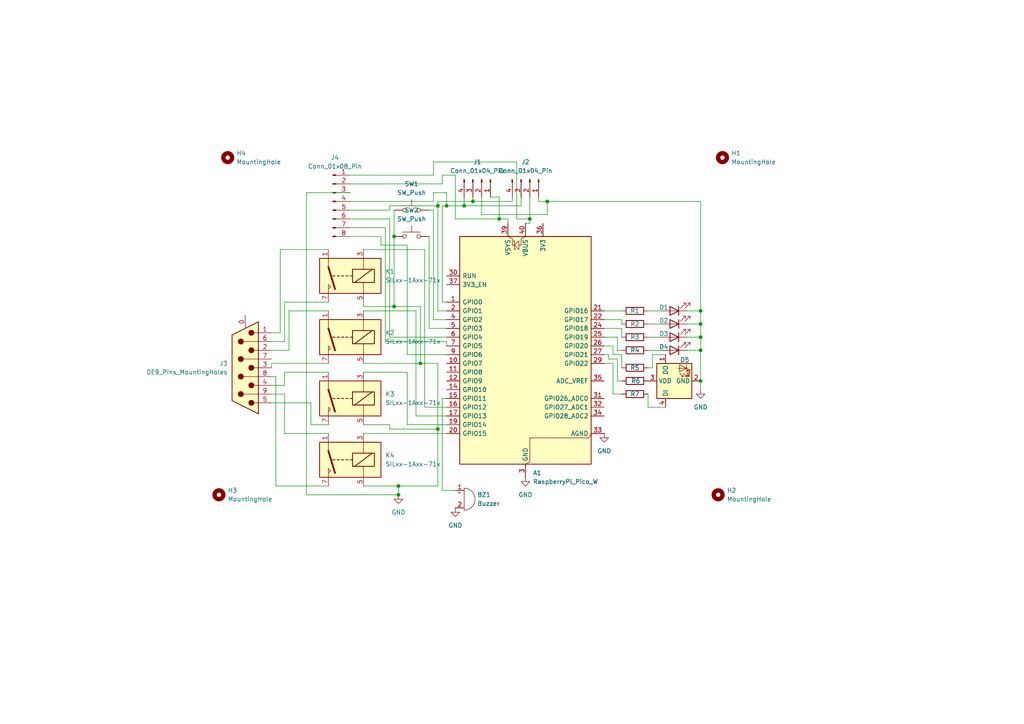
<source format=kicad_sch>
(kicad_sch (version 20250114) (generator "eeschema") (generator_version "9.0")
  (paper "A4")
  (lib_symbols
    (symbol "Connector:Conn_01x04_Pin" (pin_names (offset 1.016) (hide yes))
      (property "Reference" "J" (at 0 5.08 0))
      (property "Value" "Conn_01x04_Pin" (at 0 -7.62 0))
      (symbol "Conn_01x04_Pin_1_1"
        (rectangle (start 0.8636 2.667) (end 0 2.413) (stroke (width 0.1524)) (fill (type outline)))
        (rectangle (start 0.8636 0.127) (end 0 -0.127) (stroke (width 0.1524)) (fill (type outline)))
        (rectangle (start 0.8636 -2.413) (end 0 -2.667) (stroke (width 0.1524)) (fill (type outline)))
        (rectangle (start 0.8636 -4.953) (end 0 -5.207) (stroke (width 0.1524)) (fill (type outline)))
        (polyline (pts (xy 1.27 2.54) (xy 0.8636 2.54)) (stroke (width 0.1524)))
        (polyline (pts (xy 1.27 0) (xy 0.8636 0)) (stroke (width 0.1524)))
        (polyline (pts (xy 1.27 -2.54) (xy 0.8636 -2.54)) (stroke (width 0.1524)))
        (polyline (pts (xy 1.27 -5.08) (xy 0.8636 -5.08)) (stroke (width 0.1524)))
        (pin passive line (at 5.08 2.54 180) (length 3.81) (name "Pin_1") (number "1"))
        (pin passive line (at 5.08 0 180) (length 3.81) (name "Pin_2") (number "2"))
        (pin passive line (at 5.08 -2.54 180) (length 3.81) (name "Pin_3") (number "3"))
        (pin passive line (at 5.08 -5.08 180) (length 3.81) (name "Pin_4") (number "4"))
      )
    )
    (symbol "Connector:Conn_01x08_Pin" (pin_names (offset 1.016) (hide yes))
      (property "Reference" "J" (at 0 10.16 0))
      (property "Value" "Conn_01x08_Pin" (at 0 -12.7 0))
      (symbol "Conn_01x08_Pin_1_1"
        (rectangle (start 0.8636 7.747) (end 0 7.493) (stroke (width 0.1524)) (fill (type outline)))
        (rectangle (start 0.8636 5.207) (end 0 4.953) (stroke (width 0.1524)) (fill (type outline)))
        (rectangle (start 0.8636 2.667) (end 0 2.413) (stroke (width 0.1524)) (fill (type outline)))
        (rectangle (start 0.8636 0.127) (end 0 -0.127) (stroke (width 0.1524)) (fill (type outline)))
        (rectangle (start 0.8636 -2.413) (end 0 -2.667) (stroke (width 0.1524)) (fill (type outline)))
        (rectangle (start 0.8636 -4.953) (end 0 -5.207) (stroke (width 0.1524)) (fill (type outline)))
        (rectangle (start 0.8636 -7.493) (end 0 -7.747) (stroke (width 0.1524)) (fill (type outline)))
        (rectangle (start 0.8636 -10.033) (end 0 -10.287) (stroke (width 0.1524)) (fill (type outline)))
        (polyline (pts (xy 1.27 7.62) (xy 0.8636 7.62)) (stroke (width 0.1524)))
        (polyline (pts (xy 1.27 5.08) (xy 0.8636 5.08)) (stroke (width 0.1524)))
        (polyline (pts (xy 1.27 2.54) (xy 0.8636 2.54)) (stroke (width 0.1524)))
        (polyline (pts (xy 1.27 0) (xy 0.8636 0)) (stroke (width 0.1524)))
        (polyline (pts (xy 1.27 -2.54) (xy 0.8636 -2.54)) (stroke (width 0.1524)))
        (polyline (pts (xy 1.27 -5.08) (xy 0.8636 -5.08)) (stroke (width 0.1524)))
        (polyline (pts (xy 1.27 -7.62) (xy 0.8636 -7.62)) (stroke (width 0.1524)))
        (polyline (pts (xy 1.27 -10.16) (xy 0.8636 -10.16)) (stroke (width 0.1524)))
        (pin passive line (at 5.08 7.62 180) (length 3.81) (name "Pin_1") (number "1"))
        (pin passive line (at 5.08 5.08 180) (length 3.81) (name "Pin_2") (number "2"))
        (pin passive line (at 5.08 2.54 180) (length 3.81) (name "Pin_3") (number "3"))
        (pin passive line (at 5.08 0 180) (length 3.81) (name "Pin_4") (number "4"))
        (pin passive line (at 5.08 -2.54 180) (length 3.81) (name "Pin_5") (number "5"))
        (pin passive line (at 5.08 -5.08 180) (length 3.81) (name "Pin_6") (number "6"))
        (pin passive line (at 5.08 -7.62 180) (length 3.81) (name "Pin_7") (number "7"))
        (pin passive line (at 5.08 -10.16 180) (length 3.81) (name "Pin_8") (number "8"))
      )
    )
    (symbol "Connector:DE9_Pins_MountingHoles" (pin_names (offset 1.016) (hide yes))
      (property "Reference" "J" (at 0 16.51 0))
      (property "Value" "DE9_Pins_MountingHoles" (at 0 14.605 0))
      (symbol "DE9_Pins_MountingHoles_0_1"
        (polyline (pts (xy -3.81 10.16) (xy -2.54 10.16)))
        (polyline (pts (xy -3.81 7.62) (xy 0.508 7.62)))
        (polyline (pts (xy -3.81 5.08) (xy -2.54 5.08)))
        (polyline (pts (xy -3.81 2.54) (xy 0.508 2.54)))
        (polyline (pts (xy -3.81 0) (xy -2.54 0)))
        (polyline (pts (xy -3.81 -2.54) (xy 0.508 -2.54)))
        (polyline (pts (xy -3.81 -5.08) (xy -2.54 -5.08)))
        (polyline (pts (xy -3.81 -7.62) (xy 0.508 -7.62)))
        (polyline (pts (xy -3.81 -10.16) (xy -2.54 -10.16)))
        (polyline (pts (xy -3.81 -13.335) (xy -3.81 13.335) (xy 3.81 9.525) (xy 3.81 -9.525) (xy -3.81 -13.335)) (stroke (width 0.254)) (fill (type background)))
        (circle (center -1.778 10.16) (radius 0.762) (fill (type outline)))
        (circle (center -1.778 5.08) (radius 0.762) (fill (type outline)))
        (circle (center -1.778 0) (radius 0.762) (fill (type outline)))
        (circle (center -1.778 -5.08) (radius 0.762) (fill (type outline)))
        (circle (center -1.778 -10.16) (radius 0.762) (fill (type outline)))
        (circle (center 1.27 7.62) (radius 0.762) (fill (type outline)))
        (circle (center 1.27 2.54) (radius 0.762) (fill (type outline)))
        (circle (center 1.27 -2.54) (radius 0.762) (fill (type outline)))
        (circle (center 1.27 -7.62) (radius 0.762) (fill (type outline)))
      )
      (symbol "DE9_Pins_MountingHoles_1_1"
        (pin passive line (at -7.62 10.16 0) (length 3.81) (name "5") (number "5"))
        (pin passive line (at -7.62 7.62 0) (length 3.81) (name "9") (number "9"))
        (pin passive line (at -7.62 5.08 0) (length 3.81) (name "4") (number "4"))
        (pin passive line (at -7.62 2.54 0) (length 3.81) (name "8") (number "8"))
        (pin passive line (at -7.62 0 0) (length 3.81) (name "3") (number "3"))
        (pin passive line (at -7.62 -2.54 0) (length 3.81) (name "7") (number "7"))
        (pin passive line (at -7.62 -5.08 0) (length 3.81) (name "2") (number "2"))
        (pin passive line (at -7.62 -7.62 0) (length 3.81) (name "6") (number "6"))
        (pin passive line (at -7.62 -10.16 0) (length 3.81) (name "1") (number "1"))
        (pin passive line (at 0 -15.24 90) (length 3.81) (name "PAD") (number "0"))
      )
    )
    (symbol "Device:Buzzer" (pin_names (offset 0.0254) (hide yes))
      (property "Reference" "BZ" (at 3.81 1.27 0))
      (property "Value" "Buzzer" (at 3.81 -1.27 0))
      (symbol "Buzzer_0_1"
        (polyline (pts (xy -1.651 1.905) (xy -1.143 1.905)))
        (polyline (pts (xy -1.397 2.159) (xy -1.397 1.651)))
        (arc (start 0 3.175) (mid 3.1612 0) (end 0 -3.175))
        (polyline (pts (xy 0 3.175) (xy 0 -3.175)))
      )
      (symbol "Buzzer_1_1"
        (pin passive line (at -2.54 2.54 0) (length 2.54) (name "+") (number "1"))
        (pin passive line (at -2.54 -2.54 0) (length 2.54) (name "-") (number "2"))
      )
    )
    (symbol "Device:LED" (pin_numbers (hide yes)) (pin_names (offset 1.016) (hide yes))
      (property "Reference" "D" (at 0 2.54 0))
      (property "Value" "LED" (at 0 -2.54 0))
      (symbol "LED_0_1"
        (polyline (pts (xy -3.048 -0.762) (xy -4.572 -2.286) (xy -3.81 -2.286) (xy -4.572 -2.286) (xy -4.572 -1.524)))
        (polyline (pts (xy -1.778 -0.762) (xy -3.302 -2.286) (xy -2.54 -2.286) (xy -3.302 -2.286) (xy -3.302 -1.524)))
        (polyline (pts (xy -1.27 0) (xy 1.27 0)))
        (polyline (pts (xy -1.27 -1.27) (xy -1.27 1.27)) (stroke (width 0.254)))
        (polyline (pts (xy 1.27 -1.27) (xy 1.27 1.27) (xy -1.27 0) (xy 1.27 -1.27)) (stroke (width 0.254)))
      )
      (symbol "LED_1_1"
        (pin passive line (at -3.81 0 0) (length 2.54) (name "K") (number "1"))
        (pin passive line (at 3.81 0 180) (length 2.54) (name "A") (number "2"))
      )
    )
    (symbol "Device:R" (pin_numbers (hide yes)) (pin_names (offset 0))
      (property "Reference" "R" (at 2.032 0 90))
      (property "Value" "R" (at 0 0 90))
      (symbol "R_0_1"
        (rectangle (start -1.016 -2.54) (end 1.016 2.54) (stroke (width 0.254)))
      )
      (symbol "R_1_1"
        (pin passive line (at 0 3.81 270) (length 1.27) (name "~") (number "1"))
        (pin passive line (at 0 -3.81 90) (length 1.27) (name "~") (number "2"))
      )
    )
    (symbol "LED:APA-106-F5"
      (property "Reference" "D" (at 5.08 5.715 0))
      (property "Value" "APA-106-F5" (at 1.27 -5.715 0))
      (symbol "APA-106-F5_0_0"
        (text "RGB" (at 2.286 -4.191 0) (effects (font (size 0.762 0.762))))
      )
      (symbol "APA-106-F5_0_1"
        (polyline (pts (xy 1.27 -2.54) (xy 1.778 -2.54)))
        (polyline (pts (xy 1.27 -3.556) (xy 1.778 -3.556)))
        (polyline (pts (xy 2.286 -1.524) (xy 1.27 -2.54) (xy 1.27 -2.032)))
        (polyline (pts (xy 2.286 -2.54) (xy 1.27 -3.556) (xy 1.27 -3.048)))
        (polyline (pts (xy 3.683 -1.016) (xy 3.683 -3.556) (xy 3.683 -4.064)))
        (polyline (pts (xy 4.699 -1.524) (xy 2.667 -1.524) (xy 3.683 -3.556) (xy 4.699 -1.524)))
        (polyline (pts (xy 4.699 -3.556) (xy 2.667 -3.556)))
        (rectangle (start 5.08 5.08) (end -5.08 -5.08) (stroke (width 0.254)) (fill (type background)))
      )
      (symbol "APA-106-F5_1_1"
        (pin input line (at -7.62 2.54 0) (length 2.54) (name "DI") (number "4"))
        (pin power_in line (at 0 7.62 270) (length 2.54) (name "VDD") (number "3"))
        (pin power_in line (at 0 -7.62 90) (length 2.54) (name "GND") (number "2"))
        (pin output line (at 7.62 2.54 180) (length 2.54) (name "DO") (number "1"))
      )
    )
    (symbol "MCU_Module:RaspberryPi_Pico_W" (pin_names (offset 0.762))
      (property "Reference" "A" (at -19.05 35.56 0))
      (property "Value" "RaspberryPi_Pico_W" (at 7.62 35.56 0))
      (symbol "RaspberryPi_Pico_W_0_1"
        (rectangle (start -19.05 34.29) (end 19.05 -31.75) (stroke (width 0.254)) (fill (type background)))
        (polyline (pts (xy -5.08 34.29) (xy -3.81 33.655) (xy -3.81 31.75) (xy -3.175 31.75)))
        (polyline (pts (xy -3.429 32.766) (xy -3.429 33.02) (xy -3.175 33.02) (xy -3.175 30.48) (xy -2.921 30.48) (xy -2.921 30.734)))
        (polyline (pts (xy -3.175 31.75) (xy -1.905 33.02) (xy -1.905 30.48) (xy -3.175 31.75)))
        (polyline (pts (xy 0 34.29) (xy -1.27 33.655) (xy -1.27 31.75) (xy -1.905 31.75)))
        (polyline (pts (xy 0 -31.75) (xy 1.27 -31.115) (xy 1.27 -24.13) (xy 18.415 -24.13) (xy 19.05 -22.86)))
      )
      (symbol "RaspberryPi_Pico_W_1_1"
        (pin passive line (at -22.86 22.86 0) (length 3.81) (name "RUN") (number "30"))
        (pin passive line (at -22.86 20.32 0) (length 3.81) (name "3V3_EN") (number "37"))
        (pin bidirectional line (at -22.86 15.24 0) (length 3.81) (name "GPIO0") (number "1"))
        (pin bidirectional line (at -22.86 12.7 0) (length 3.81) (name "GPIO1") (number "2"))
        (pin bidirectional line (at -22.86 10.16 0) (length 3.81) (name "GPIO2") (number "4"))
        (pin bidirectional line (at -22.86 7.62 0) (length 3.81) (name "GPIO3") (number "5"))
        (pin bidirectional line (at -22.86 5.08 0) (length 3.81) (name "GPIO4") (number "6"))
        (pin bidirectional line (at -22.86 2.54 0) (length 3.81) (name "GPIO5") (number "7"))
        (pin bidirectional line (at -22.86 0 0) (length 3.81) (name "GPIO6") (number "9"))
        (pin bidirectional line (at -22.86 -2.54 0) (length 3.81) (name "GPIO7") (number "10"))
        (pin bidirectional line (at -22.86 -5.08 0) (length 3.81) (name "GPIO8") (number "11"))
        (pin bidirectional line (at -22.86 -7.62 0) (length 3.81) (name "GPIO9") (number "12"))
        (pin bidirectional line (at -22.86 -10.16 0) (length 3.81) (name "GPIO10") (number "14"))
        (pin bidirectional line (at -22.86 -12.7 0) (length 3.81) (name "GPIO11") (number "15"))
        (pin bidirectional line (at -22.86 -15.24 0) (length 3.81) (name "GPIO12") (number "16"))
        (pin bidirectional line (at -22.86 -17.78 0) (length 3.81) (name "GPIO13") (number "17"))
        (pin bidirectional line (at -22.86 -20.32 0) (length 3.81) (name "GPIO14") (number "19"))
        (pin bidirectional line (at -22.86 -22.86 0) (length 3.81) (name "GPIO15") (number "20"))
        (pin power_in line (at -5.08 38.1 270) (length 3.81) (name "VSYS") (number "39"))
        (pin power_out line (at 0 38.1 270) (length 3.81) (name "VBUS") (number "40"))
        (pin passive line (at 0 -35.56 90) (length 3.81) (hide yes) (name "GND") (number "13"))
        (pin passive line (at 0 -35.56 90) (length 3.81) (hide yes) (name "GND") (number "18"))
        (pin passive line (at 0 -35.56 90) (length 3.81) (hide yes) (name "GND") (number "23"))
        (pin passive line (at 0 -35.56 90) (length 3.81) (hide yes) (name "GND") (number "28"))
        (pin power_out line (at 0 -35.56 90) (length 3.81) (name "GND") (number "3"))
        (pin passive line (at 0 -35.56 90) (length 3.81) (hide yes) (name "GND") (number "38"))
        (pin passive line (at 0 -35.56 90) (length 3.81) (hide yes) (name "GND") (number "8"))
        (pin power_out line (at 5.08 38.1 270) (length 3.81) (name "3V3") (number "36"))
        (pin bidirectional line (at 22.86 12.7 180) (length 3.81) (name "GPIO16") (number "21"))
        (pin bidirectional line (at 22.86 10.16 180) (length 3.81) (name "GPIO17") (number "22"))
        (pin bidirectional line (at 22.86 7.62 180) (length 3.81) (name "GPIO18") (number "24"))
        (pin bidirectional line (at 22.86 5.08 180) (length 3.81) (name "GPIO19") (number "25"))
        (pin bidirectional line (at 22.86 2.54 180) (length 3.81) (name "GPIO20") (number "26"))
        (pin bidirectional line (at 22.86 0 180) (length 3.81) (name "GPIO21") (number "27"))
        (pin bidirectional line (at 22.86 -2.54 180) (length 3.81) (name "GPIO22") (number "29"))
        (pin power_in line (at 22.86 -7.62 180) (length 3.81) (name "ADC_VREF") (number "35"))
        (pin bidirectional line (at 22.86 -12.7 180) (length 3.81) (name "GPIO26_ADC0") (number "31"))
        (pin bidirectional line (at 22.86 -15.24 180) (length 3.81) (name "GPIO27_ADC1") (number "32"))
        (pin bidirectional line (at 22.86 -17.78 180) (length 3.81) (name "GPIO28_ADC2") (number "34"))
        (pin power_out line (at 22.86 -22.86 180) (length 3.81) (name "AGND") (number "33"))
      )
    )
    (symbol "Mechanical:MountingHole" (pin_names (offset 1.016)) (in_bom no)
      (property "Reference" "H" (at 0 5.08 0))
      (property "Value" "MountingHole" (at 0 3.175 0))
      (symbol "MountingHole_0_1"
        (circle (center 0 0) (radius 1.27) (stroke (width 1.27)))
      )
    )
    (symbol "Relay:SILxx-1Axx-71x"
      (property "Reference" "K" (at 8.89 3.81 0))
      (property "Value" "SILxx-1Axx-71x" (at 8.89 1.27 0))
      (symbol "SILxx-1Axx-71x_0_0"
        (polyline (pts (xy 5.08 5.08) (xy 5.08 2.54) (xy 4.445 3.175) (xy 5.08 3.81)))
      )
      (symbol "SILxx-1Axx-71x_0_1"
        (rectangle (start -10.16 5.08) (end 7.62 -5.08) (stroke (width 0.254)) (fill (type background)))
        (rectangle (start -8.255 1.905) (end -1.905 -1.905) (stroke (width 0.254)))
        (polyline (pts (xy -7.62 -1.905) (xy -2.54 1.905)) (stroke (width 0.254)))
        (polyline (pts (xy -5.08 5.08) (xy -5.08 1.905)))
        (polyline (pts (xy -5.08 -5.08) (xy -5.08 -1.905)))
        (polyline (pts (xy -1.905 0) (xy -1.27 0)) (stroke (width 0.254)))
        (polyline (pts (xy -0.635 0) (xy 0 0)) (stroke (width 0.254)))
        (polyline (pts (xy 0.635 0) (xy 1.27 0)) (stroke (width 0.254)))
        (polyline (pts (xy 1.905 0) (xy 2.54 0)) (stroke (width 0.254)))
        (polyline (pts (xy 3.175 0) (xy 3.81 0)) (stroke (width 0.254)))
        (polyline (pts (xy 5.08 -2.54) (xy 3.175 3.81)) (stroke (width 0.508)))
        (polyline (pts (xy 5.08 -2.54) (xy 5.08 -5.08)))
      )
      (symbol "SILxx-1Axx-71x_1_1"
        (pin passive line (at -5.08 7.62 270) (length 2.54) (name "~") (number "5"))
        (pin passive line (at -5.08 -7.62 90) (length 2.54) (name "~") (number "3"))
        (pin passive line (at 5.08 7.62 270) (length 2.54) (name "~") (number "7"))
        (pin passive line (at 5.08 -7.62 90) (length 2.54) (name "~") (number "1"))
      )
    )
    (symbol "Switch:SW_Push" (pin_numbers (hide yes)) (pin_names (offset 1.016) (hide yes))
      (property "Reference" "SW" (at 1.27 2.54 0))
      (property "Value" "SW_Push" (at 0 -1.524 0))
      (symbol "SW_Push_0_1"
        (circle (center -2.032 0) (radius 0.508))
        (polyline (pts (xy 0 1.27) (xy 0 3.048)))
        (circle (center 2.032 0) (radius 0.508))
        (polyline (pts (xy 2.54 1.27) (xy -2.54 1.27)))
        (pin passive line (at -5.08 0 0) (length 2.54) (name "1") (number "1"))
        (pin passive line (at 5.08 0 180) (length 2.54) (name "2") (number "2"))
      )
    )
    (symbol "power:GND" (power) (pin_numbers (hide yes)) (pin_names (offset 0) (hide yes))
      (property "Value" "GND" (at 0 -3.81 0))
      (symbol "GND_0_1"
        (polyline (pts (xy 0 0) (xy 0 -1.27) (xy 1.27 -1.27) (xy 0 -2.54) (xy -1.27 -1.27) (xy 0 -1.27)))
      )
      (symbol "GND_1_1"
        (pin power_in line (at 0 0 270) (length 0) (name "~") (number "1"))
      )
    )
  )
  (junction (at 153.67 63.5))
  (junction (at 115.57 143.51))
  (junction (at 134.62 59.69))
  (junction (at 203.2 110.49))
  (junction (at 115.57 140.97))
  (junction (at 127 124.46))
  (junction (at 137.16 58.42))
  (junction (at 114.3 68.58))
  (junction (at 114.3 88.9))
  (junction (at 158.75 58.42))
  (junction (at 203.2 93.98))
  (junction (at 203.2 90.17))
  (junction (at 144.78 63.5))
  (junction (at 129.54 59.69))
  (junction (at 127 59.69))
  (junction (at 203.2 97.79))
  (junction (at 121.92 105.41))
  (junction (at 203.2 101.6))
  (wire (pts (xy 176.53 102.87) (xy 175.26 102.87)))
  (wire (pts (xy 199.39 97.79) (xy 203.2 97.79)))
  (wire (pts (xy 114.3 88.9) (xy 121.92 88.9)))
  (wire (pts (xy 95.25 140.97) (xy 80.01 140.97)))
  (wire (pts (xy 101.6 63.5) (xy 113.03 63.5)))
  (wire (pts (xy 177.8 100.33) (xy 175.26 100.33)))
  (wire (pts (xy 179.07 110.49) (xy 179.07 104.14)))
  (wire (pts (xy 78.74 99.06) (xy 82.55 99.06)))
  (wire (pts (xy 124.46 68.58) (xy 124.46 95.25)))
  (wire (pts (xy 151.13 59.69) (xy 134.62 59.69)))
  (wire (pts (xy 110.49 68.58) (xy 110.49 71.12)))
  (wire (pts (xy 179.07 101.6) (xy 180.34 101.6)))
  (wire (pts (xy 88.9 143.51) (xy 115.57 143.51)))
  (wire (pts (xy 137.16 58.42) (xy 148.59 58.42)))
  (wire (pts (xy 203.2 110.49) (xy 203.2 113.03)))
  (wire (pts (xy 128.27 87.63) (xy 129.54 87.63)))
  (wire (pts (xy 134.62 59.69) (xy 129.54 59.69)))
  (wire (pts (xy 81.28 72.39) (xy 81.28 96.52)))
  (wire (pts (xy 110.49 71.12) (xy 118.11 71.12)))
  (wire (pts (xy 156.21 58.42) (xy 158.75 58.42)))
  (wire (pts (xy 101.6 58.42) (xy 125.73 58.42)))
  (wire (pts (xy 139.7 62.23) (xy 158.75 62.23)))
  (wire (pts (xy 88.9 55.88) (xy 88.9 143.51)))
  (wire (pts (xy 127 59.69) (xy 127 58.42)))
  (wire (pts (xy 144.78 57.15) (xy 144.78 63.5)))
  (wire (pts (xy 113.03 63.5) (xy 113.03 97.79)))
  (wire (pts (xy 78.74 101.6) (xy 83.82 101.6)))
  (wire (pts (xy 118.11 71.12) (xy 118.11 102.87)))
  (wire (pts (xy 114.3 68.58) (xy 114.3 88.9)))
  (wire (pts (xy 175.26 95.25) (xy 180.34 95.25)))
  (wire (pts (xy 203.2 101.6) (xy 203.2 110.49)))
  (wire (pts (xy 101.6 55.88) (xy 88.9 55.88)))
  (wire (pts (xy 113.03 60.96) (xy 113.03 59.69)))
  (wire (pts (xy 147.32 63.5) (xy 147.32 64.77)))
  (wire (pts (xy 203.2 58.42) (xy 203.2 90.17)))
  (wire (pts (xy 115.57 143.51) (xy 115.57 140.97)))
  (wire (pts (xy 118.11 107.95) (xy 118.11 123.19)))
  (wire (pts (xy 82.55 111.76) (xy 78.74 111.76)))
  (wire (pts (xy 180.34 110.49) (xy 179.07 110.49)))
  (wire (pts (xy 127 124.46) (xy 127 140.97)))
  (wire (pts (xy 129.54 55.88) (xy 129.54 59.69)))
  (wire (pts (xy 128.27 59.69) (xy 128.27 87.63)))
  (wire (pts (xy 80.01 140.97) (xy 80.01 109.22)))
  (wire (pts (xy 95.25 105.41) (xy 78.74 105.41)))
  (wire (pts (xy 114.3 60.96) (xy 114.3 68.58)))
  (wire (pts (xy 125.73 60.96) (xy 125.73 92.71)))
  (wire (pts (xy 153.67 57.15) (xy 153.67 63.5)))
  (wire (pts (xy 187.96 97.79) (xy 191.77 97.79)))
  (wire (pts (xy 153.67 64.77) (xy 152.4 64.77)))
  (wire (pts (xy 121.92 105.41) (xy 121.92 88.9)))
  (wire (pts (xy 95.25 72.39) (xy 81.28 72.39)))
  (wire (pts (xy 120.65 120.65) (xy 129.54 120.65)))
  (wire (pts (xy 148.59 57.15) (xy 148.59 58.42)))
  (wire (pts (xy 132.08 50.8) (xy 132.08 63.5)))
  (wire (pts (xy 113.03 97.79) (xy 129.54 97.79)))
  (wire (pts (xy 121.92 105.41) (xy 127 105.41)))
  (wire (pts (xy 180.34 102.87) (xy 177.8 102.87)))
  (wire (pts (xy 95.25 125.73) (xy 82.55 125.73)))
  (wire (pts (xy 189.23 106.68) (xy 187.96 106.68)))
  (wire (pts (xy 142.24 57.15) (xy 144.78 57.15)))
  (wire (pts (xy 125.73 58.42) (xy 125.73 55.88)))
  (wire (pts (xy 129.54 99.06) (xy 129.54 100.33)))
  (wire (pts (xy 179.07 97.79) (xy 179.07 101.6)))
  (wire (pts (xy 82.55 87.63) (xy 95.25 87.63)))
  (wire (pts (xy 125.73 92.71) (xy 129.54 92.71)))
  (wire (pts (xy 101.6 66.04) (xy 111.76 66.04)))
  (wire (pts (xy 90.17 123.19) (xy 95.25 123.19)))
  (wire (pts (xy 113.03 59.69) (xy 127 59.69)))
  (wire (pts (xy 101.6 53.34) (xy 128.27 53.34)))
  (wire (pts (xy 156.21 57.15) (xy 156.21 58.42)))
  (wire (pts (xy 175.26 92.71) (xy 180.34 92.71)))
  (wire (pts (xy 124.46 95.25) (xy 129.54 95.25)))
  (wire (pts (xy 82.55 87.63) (xy 82.55 99.06)))
  (wire (pts (xy 111.76 66.04) (xy 111.76 99.06)))
  (wire (pts (xy 78.74 96.52) (xy 81.28 96.52)))
  (wire (pts (xy 180.34 106.68) (xy 180.34 102.87)))
  (wire (pts (xy 203.2 97.79) (xy 203.2 101.6)))
  (wire (pts (xy 105.41 72.39) (xy 123.19 72.39)))
  (wire (pts (xy 180.34 95.25) (xy 180.34 97.79)))
  (wire (pts (xy 199.39 93.98) (xy 203.2 93.98)))
  (wire (pts (xy 105.41 125.73) (xy 129.54 125.73)))
  (wire (pts (xy 95.25 107.95) (xy 82.55 107.95)))
  (wire (pts (xy 144.78 63.5) (xy 147.32 63.5)))
  (wire (pts (xy 129.54 115.57) (xy 128.27 115.57)))
  (wire (pts (xy 179.07 104.14) (xy 176.53 104.14)))
  (wire (pts (xy 193.04 102.87) (xy 189.23 102.87)))
  (wire (pts (xy 78.74 114.3) (xy 82.55 114.3)))
  (wire (pts (xy 127 105.41) (xy 127 124.46)))
  (wire (pts (xy 158.75 58.42) (xy 203.2 58.42)))
  (wire (pts (xy 134.62 57.15) (xy 134.62 59.69)))
  (wire (pts (xy 105.41 105.41) (xy 121.92 105.41)))
  (wire (pts (xy 193.04 118.11) (xy 187.96 118.11)))
  (wire (pts (xy 129.54 90.17) (xy 127 90.17)))
  (wire (pts (xy 90.17 116.84) (xy 78.74 116.84)))
  (wire (pts (xy 177.8 105.41) (xy 175.26 105.41)))
  (wire (pts (xy 151.13 57.15) (xy 151.13 59.69)))
  (wire (pts (xy 111.76 99.06) (xy 129.54 99.06)))
  (wire (pts (xy 123.19 118.11) (xy 129.54 118.11)))
  (wire (pts (xy 101.6 60.96) (xy 113.03 60.96)))
  (wire (pts (xy 187.96 93.98) (xy 191.77 93.98)))
  (wire (pts (xy 82.55 125.73) (xy 82.55 114.3)))
  (wire (pts (xy 118.11 123.19) (xy 129.54 123.19)))
  (wire (pts (xy 124.46 60.96) (xy 125.73 60.96)))
  (wire (pts (xy 105.41 107.95) (xy 118.11 107.95)))
  (wire (pts (xy 177.8 102.87) (xy 177.8 100.33)))
  (wire (pts (xy 128.27 50.8) (xy 132.08 50.8)))
  (wire (pts (xy 128.27 142.24) (xy 132.08 142.24)))
  (wire (pts (xy 128.27 115.57) (xy 128.27 142.24)))
  (wire (pts (xy 115.57 140.97) (xy 127 140.97)))
  (wire (pts (xy 82.55 107.95) (xy 82.55 111.76)))
  (wire (pts (xy 139.7 57.15) (xy 139.7 62.23)))
  (wire (pts (xy 127 58.42) (xy 137.16 58.42)))
  (wire (pts (xy 187.96 101.6) (xy 191.77 101.6)))
  (wire (pts (xy 132.08 63.5) (xy 144.78 63.5)))
  (wire (pts (xy 90.17 123.19) (xy 90.17 116.84)))
  (wire (pts (xy 175.26 97.79) (xy 179.07 97.79)))
  (wire (pts (xy 80.01 109.22) (xy 78.74 109.22)))
  (wire (pts (xy 180.34 92.71) (xy 180.34 93.98)))
  (wire (pts (xy 203.2 90.17) (xy 203.2 93.98)))
  (wire (pts (xy 153.67 63.5) (xy 153.67 64.77)))
  (wire (pts (xy 199.39 101.6) (xy 203.2 101.6)))
  (wire (pts (xy 125.73 55.88) (xy 129.54 55.88)))
  (wire (pts (xy 127 90.17) (xy 127 59.69)))
  (wire (pts (xy 129.54 59.69) (xy 128.27 59.69)))
  (wire (pts (xy 120.65 90.17) (xy 120.65 120.65)))
  (wire (pts (xy 101.6 68.58) (xy 110.49 68.58)))
  (wire (pts (xy 105.41 90.17) (xy 120.65 90.17)))
  (wire (pts (xy 118.11 102.87) (xy 129.54 102.87)))
  (wire (pts (xy 176.53 104.14) (xy 176.53 102.87)))
  (wire (pts (xy 175.26 90.17) (xy 180.34 90.17)))
  (wire (pts (xy 101.6 50.8) (xy 125.73 50.8)))
  (wire (pts (xy 149.86 46.99) (xy 149.86 63.5)))
  (wire (pts (xy 177.8 114.3) (xy 177.8 105.41)))
  (wire (pts (xy 83.82 90.17) (xy 83.82 101.6)))
  (wire (pts (xy 180.34 114.3) (xy 177.8 114.3)))
  (wire (pts (xy 105.41 140.97) (xy 115.57 140.97)))
  (wire (pts (xy 105.41 87.63) (xy 105.41 88.9)))
  (wire (pts (xy 128.27 53.34) (xy 128.27 50.8)))
  (wire (pts (xy 187.96 90.17) (xy 191.77 90.17)))
  (wire (pts (xy 83.82 90.17) (xy 95.25 90.17)))
  (wire (pts (xy 187.96 114.3) (xy 187.96 118.11)))
  (wire (pts (xy 189.23 102.87) (xy 189.23 106.68)))
  (wire (pts (xy 113.03 124.46) (xy 127 124.46)))
  (wire (pts (xy 137.16 57.15) (xy 137.16 58.42)))
  (wire (pts (xy 123.19 72.39) (xy 123.19 118.11)))
  (wire (pts (xy 149.86 63.5) (xy 153.67 63.5)))
  (wire (pts (xy 105.41 88.9) (xy 114.3 88.9)))
  (wire (pts (xy 199.39 90.17) (xy 203.2 90.17)))
  (wire (pts (xy 125.73 46.99) (xy 149.86 46.99)))
  (wire (pts (xy 78.74 105.41) (xy 78.74 106.68)))
  (wire (pts (xy 158.75 58.42) (xy 158.75 62.23)))
  (wire (pts (xy 125.73 50.8) (xy 125.73 46.99)))
  (wire (pts (xy 105.41 123.19) (xy 113.03 123.19)))
  (wire (pts (xy 113.03 123.19) (xy 113.03 124.46)))
  (wire (pts (xy 203.2 93.98) (xy 203.2 97.79)))
  (symbol (lib_id "Device:Buzzer") (at 134.62 144.78 0) (unit 1)
    (property "Reference" "BZ1" (at 138.43 143.5099 0) (effects (justify left)))
    (property "Value" "Buzzer" (at 138.43 146.0499 0) (effects (justify left)))
    (property "Footprint" "Buzzer_Beeper:Buzzer_12x9.5RM7.6" (effects (hide yes)))
    (property "Description" "Buzzer, polarized" (effects (hide yes)))
  )
  (symbol (lib_id "Connector:Conn_01x08_Pin") (at 96.52 58.42 0) (unit 1)
    (property "Reference" "J4" (at 97.155 45.72 0))
    (property "Value" "Conn_01x08_Pin" (at 97.155 48.26 0))
    (property "Footprint" "Connector_PinSocket_2.54mm:PinSocket_1x08_P2.54mm_Horizontal" (effects (hide yes)))
    (property "Description" "Generic connector, single row, 01x08, script generated" (effects (hide yes)))
  )
  (symbol (lib_id "Relay:SILxx-1Axx-71x") (at 100.33 97.79 180) (unit 1)
    (property "Reference" "K2" (at 111.76 96.5199 0) (effects (justify right)))
    (property "Value" "SILxx-1Axx-71x" (at 111.76 99.0599 0) (effects (justify right)))
    (property "Footprint" "Relay_THT:Relay_SPST_StandexMeder_SIL_Form1A" (effects (hide yes)))
    (property "Datasheet" "https://standexelectronics.com/wp-content/uploads/datasheet_reed_relay_SIL.pdf" (effects (hide yes)))
    (property "Description" "Standex Meder SIL reed relay, SPST, Closing Contact" (effects (hide yes)))
  )
  (symbol (lib_id "Relay:SILxx-1Axx-71x") (at 100.33 115.57 180) (unit 1)
    (property "Reference" "K3" (at 111.76 114.2999 0) (effects (justify right)))
    (property "Value" "SILxx-1Axx-71x" (at 111.76 116.8399 0) (effects (justify right)))
    (property "Footprint" "Relay_THT:Relay_SPST_StandexMeder_SIL_Form1A" (effects (hide yes)))
    (property "Datasheet" "https://standexelectronics.com/wp-content/uploads/datasheet_reed_relay_SIL.pdf" (effects (hide yes)))
    (property "Description" "Standex Meder SIL reed relay, SPST, Closing Contact" (effects (hide yes)))
  )
  (symbol (lib_id "MCU_Module:RaspberryPi_Pico_W") (at 152.4 102.87 0) (unit 1)
    (property "Reference" "A1" (at 154.5433 137.16 0) (effects (justify left)))
    (property "Value" "RaspberryPi_Pico_W" (at 154.5433 139.7 0) (effects (justify left)))
    (property "Footprint" "Module:RaspberryPi_Pico_Common_THT" (effects (hide yes)))
    (property "Datasheet" "https://datasheets.raspberrypi.com/picow/pico-w-datasheet.pdf" (effects (hide yes)))
    (property "Description" "Versatile and inexpensive wireless microcontroller module powered by RP2040 dual-core Arm Cortex-M0+ processor up to 133 MHz, 264kB SRAM, 2MB QSPI flash, Infineon CYW43439 2.4GHz 802.11n wireless LAN; also supports Raspberry Pi Pico 2 W" (effects (hide yes)))
  )
  (symbol (lib_id "Device:LED") (at 195.58 97.79 180) (unit 1)
    (property "Reference" "D3" (at 192.532 96.774 0))
    (property "Value" "LED" (effects (hide yes)))
    (property "Footprint" "LED_THT:LED_D5.0mm_Clear" (effects (hide yes)))
    (property "Description" "Light emitting diode" (effects (hide yes)))
    (property "Sim.Pins" "1=K 2=A" (effects (hide yes)))
  )
  (symbol (lib_id "Device:R") (at 184.15 110.49 270) (unit 1)
    (property "Reference" "R6" (at 184.404 110.49 90))
    (property "Value" "R" (effects (hide yes)))
    (property "Footprint" "Resistor_THT:R_Axial_DIN0207_L6.3mm_D2.5mm_P7.62mm_Horizontal" (effects (hide yes)))
    (property "Description" "Resistor" (effects (hide yes)))
  )
  (symbol (lib_id "power:GND") (at 115.57 143.51 0) (unit 1)
    (property "Reference" "#PWR05" (effects (hide yes)))
    (property "Value" "GND" (at 115.57 148.59 0))
    (property "Description" "Power symbol creates a global label with name \"GND\" , ground" (effects (hide yes)))
  )
  (symbol (lib_id "Connector:Conn_01x04_Pin") (at 153.67 52.07 270) (unit 1)
    (property "Reference" "J2" (at 152.4 46.99 90))
    (property "Value" "Conn_01x04_Pin" (at 152.4 49.53 90))
    (property "Footprint" "Connector_PinSocket_2.54mm:PinSocket_1x04_P2.54mm_Vertical" (effects (hide yes)))
    (property "Description" "Generic connector, single row, 01x04, script generated" (effects (hide yes)))
  )
  (symbol (lib_id "Mechanical:MountingHole") (at 63.5 143.51 0) (unit 1) (in_bom no)
    (property "Reference" "H3" (at 66.04 142.2399 0) (effects (justify left)))
    (property "Value" "MountingHole" (at 66.04 144.7799 0) (effects (justify left)))
    (property "Footprint" "MountingHole:MountingHole_3.2mm_M3" (effects (hide yes)))
    (property "Description" "Mounting Hole without connection" (effects (hide yes)))
  )
  (symbol (lib_id "Device:LED") (at 195.58 90.17 180) (unit 1)
    (property "Reference" "D1" (at 192.532 89.154 0))
    (property "Value" "LED" (effects (hide yes)))
    (property "Footprint" "LED_THT:LED_D5.0mm_Clear" (effects (hide yes)))
    (property "Description" "Light emitting diode" (effects (hide yes)))
    (property "Sim.Pins" "1=K 2=A" (effects (hide yes)))
  )
  (symbol (lib_id "power:GND") (at 175.26 125.73 0) (unit 1)
    (property "Reference" "#PWR02" (effects (hide yes)))
    (property "Value" "GND" (at 175.26 130.81 0))
    (property "Description" "Power symbol creates a global label with name \"GND\" , ground" (effects (hide yes)))
  )
  (symbol (lib_id "Device:R") (at 184.15 101.6 270) (unit 1)
    (property "Reference" "R4" (at 184.15 101.6 90))
    (property "Value" "R" (effects (hide yes)))
    (property "Footprint" "Resistor_THT:R_Axial_DIN0207_L6.3mm_D2.5mm_P7.62mm_Horizontal" (effects (hide yes)))
    (property "Description" "Resistor" (effects (hide yes)))
  )
  (symbol (lib_id "Device:R") (at 184.15 97.79 270) (unit 1)
    (property "Reference" "R3" (at 184.15 97.79 90))
    (property "Value" "R" (effects (hide yes)))
    (property "Footprint" "Resistor_THT:R_Axial_DIN0207_L6.3mm_D2.5mm_P7.62mm_Horizontal" (effects (hide yes)))
    (property "Description" "Resistor" (effects (hide yes)))
  )
  (symbol (lib_id "Device:R") (at 184.15 114.3 270) (unit 1)
    (property "Reference" "R7" (at 184.15 114.3 90))
    (property "Value" "R" (effects (hide yes)))
    (property "Footprint" "Resistor_THT:R_Axial_DIN0207_L6.3mm_D2.5mm_P7.62mm_Horizontal" (effects (hide yes)))
    (property "Description" "Resistor" (effects (hide yes)))
  )
  (symbol (lib_id "Mechanical:MountingHole") (at 208.28 143.51 0) (unit 1) (in_bom no)
    (property "Reference" "H2" (at 210.82 142.2399 0) (effects (justify left)))
    (property "Value" "MountingHole" (at 210.82 144.7799 0) (effects (justify left)))
    (property "Footprint" "MountingHole:MountingHole_3.2mm_M3" (effects (hide yes)))
    (property "Description" "Mounting Hole without connection" (effects (hide yes)))
  )
  (symbol (lib_id "Connector:DE9_Pins_MountingHoles") (at 71.12 106.68 180) (unit 1)
    (property "Reference" "J3" (at 66.04 105.4099 0) (effects (justify left)))
    (property "Value" "DE9_Pins_MountingHoles" (at 66.04 107.9499 0) (effects (justify left)))
    (property "Footprint" "Connector_Dsub:DSUB-9_Pins_Horizontal_P2.77x2.84mm_EdgePinOffset7.70mm_Housed_MountingHolesOffset9.12mm" (effects (hide yes)))
    (property "Description" "9-pin D-SUB connector, pins (male), Mounting Hole" (effects (hide yes)))
  )
  (symbol (lib_id "LED:APA-106-F5") (at 195.58 110.49 90) (unit 1)
    (property "Reference" "D5" (at 198.628 104.394 90))
    (property "Value" "APA-106-F5" (effects (hide yes)))
    (property "Footprint" "LED_THT:LED_D5.0mm-4_RGB_Wide_Pins" (effects (hide yes)))
    (property "Datasheet" "https://cdn.sparkfun.com/datasheets/Components/LED/COM-12877.pdf" (effects (hide yes)))
    (property "Description" "RGB LED with integrated controller, 5mm Package" (effects (hide yes)))
  )
  (symbol (lib_id "Device:LED") (at 195.58 93.98 180) (unit 1)
    (property "Reference" "D2" (at 192.532 92.964 0))
    (property "Value" "LED" (effects (hide yes)))
    (property "Footprint" "LED_THT:LED_D5.0mm_Clear" (effects (hide yes)))
    (property "Description" "Light emitting diode" (effects (hide yes)))
    (property "Sim.Pins" "1=K 2=A" (effects (hide yes)))
  )
  (symbol (lib_id "Relay:SILxx-1Axx-71x") (at 100.33 133.35 180) (unit 1)
    (property "Reference" "K4" (at 111.76 132.0799 0) (effects (justify right)))
    (property "Value" "SILxx-1Axx-71x" (at 111.76 134.6199 0) (effects (justify right)))
    (property "Footprint" "Relay_THT:Relay_SPST_StandexMeder_SIL_Form1A" (effects (hide yes)))
    (property "Datasheet" "https://standexelectronics.com/wp-content/uploads/datasheet_reed_relay_SIL.pdf" (effects (hide yes)))
    (property "Description" "Standex Meder SIL reed relay, SPST, Closing Contact" (effects (hide yes)))
  )
  (symbol (lib_id "Switch:SW_Push") (at 119.38 68.58 0) (unit 1)
    (property "Reference" "SW2" (at 119.38 60.96 0))
    (property "Value" "SW_Push" (at 119.38 63.5 0))
    (property "Footprint" "Button_Switch_THT:SW_PUSH_6mm" (effects (hide yes)))
    (property "Description" "Push button switch, generic, two pins" (effects (hide yes)))
  )
  (symbol (lib_id "Device:R") (at 184.15 90.17 270) (unit 1)
    (property "Reference" "R1" (at 184.15 90.17 90))
    (property "Value" "R" (effects (hide yes)))
    (property "Footprint" "Resistor_THT:R_Axial_DIN0207_L6.3mm_D2.5mm_P7.62mm_Horizontal" (effects (hide yes)))
    (property "Description" "Resistor" (effects (hide yes)))
  )
  (symbol (lib_id "power:GND") (at 132.08 147.32 0) (unit 1)
    (property "Reference" "#PWR04" (effects (hide yes)))
    (property "Value" "GND" (at 132.08 152.4 0))
    (property "Description" "Power symbol creates a global label with name \"GND\" , ground" (effects (hide yes)))
  )
  (symbol (lib_id "Connector:Conn_01x04_Pin") (at 139.7 52.07 270) (unit 1)
    (property "Reference" "J1" (at 138.43 46.99 90))
    (property "Value" "Conn_01x04_Pin" (at 138.43 49.53 90))
    (property "Footprint" "Connector_PinSocket_2.54mm:PinSocket_1x04_P2.54mm_Vertical" (effects (hide yes)))
    (property "Description" "Generic connector, single row, 01x04, script generated" (effects (hide yes)))
  )
  (symbol (lib_id "Device:R") (at 184.15 106.68 270) (unit 1)
    (property "Reference" "R5" (at 184.15 106.68 90))
    (property "Value" "R" (effects (hide yes)))
    (property "Footprint" "Resistor_THT:R_Axial_DIN0207_L6.3mm_D2.5mm_P7.62mm_Horizontal" (effects (hide yes)))
    (property "Description" "Resistor" (effects (hide yes)))
  )
  (symbol (lib_id "Device:LED") (at 195.58 101.6 180) (unit 1)
    (property "Reference" "D4" (at 192.532 100.584 0))
    (property "Value" "LED" (effects (hide yes)))
    (property "Footprint" "LED_THT:LED_D5.0mm_Clear" (effects (hide yes)))
    (property "Description" "Light emitting diode" (effects (hide yes)))
    (property "Sim.Pins" "1=K 2=A" (effects (hide yes)))
  )
  (symbol (lib_id "Device:R") (at 184.15 93.98 270) (unit 1)
    (property "Reference" "R2" (at 184.15 93.98 90))
    (property "Value" "R" (effects (hide yes)))
    (property "Footprint" "Resistor_THT:R_Axial_DIN0207_L6.3mm_D2.5mm_P7.62mm_Horizontal" (effects (hide yes)))
    (property "Description" "Resistor" (effects (hide yes)))
  )
  (symbol (lib_id "power:GND") (at 203.2 113.03 0) (unit 1)
    (property "Reference" "#PWR03" (effects (hide yes)))
    (property "Value" "GND" (at 203.2 118.11 0))
    (property "Description" "Power symbol creates a global label with name \"GND\" , ground" (effects (hide yes)))
  )
  (symbol (lib_id "Relay:SILxx-1Axx-71x") (at 100.33 80.01 180) (unit 1)
    (property "Reference" "K1" (at 111.76 78.7399 0) (effects (justify right)))
    (property "Value" "SILxx-1Axx-71x" (at 111.76 81.2799 0) (effects (justify right)))
    (property "Footprint" "Relay_THT:Relay_SPST_StandexMeder_SIL_Form1A" (effects (hide yes)))
    (property "Datasheet" "https://standexelectronics.com/wp-content/uploads/datasheet_reed_relay_SIL.pdf" (effects (hide yes)))
    (property "Description" "Standex Meder SIL reed relay, SPST, Closing Contact" (effects (hide yes)))
  )
  (symbol (lib_id "Mechanical:MountingHole") (at 66.04 45.72 0) (unit 1) (in_bom no)
    (property "Reference" "H4" (at 68.58 44.4499 0) (effects (justify left)))
    (property "Value" "MountingHole" (at 68.58 46.9899 0) (effects (justify left)))
    (property "Footprint" "MountingHole:MountingHole_3.2mm_M3" (effects (hide yes)))
    (property "Description" "Mounting Hole without connection" (effects (hide yes)))
  )
  (symbol (lib_id "Switch:SW_Push") (at 119.38 60.96 0) (unit 1)
    (property "Reference" "SW1" (at 119.38 53.34 0))
    (property "Value" "SW_Push" (at 119.38 55.88 0))
    (property "Footprint" "Button_Switch_THT:SW_PUSH_6mm" (effects (hide yes)))
    (property "Description" "Push button switch, generic, two pins" (effects (hide yes)))
  )
  (symbol (lib_id "power:GND") (at 152.4 138.43 0) (unit 1)
    (property "Reference" "#PWR01" (effects (hide yes)))
    (property "Value" "GND" (at 152.4 143.51 0))
    (property "Description" "Power symbol creates a global label with name \"GND\" , ground" (effects (hide yes)))
  )
  (symbol (lib_id "Mechanical:MountingHole") (at 209.55 45.72 0) (unit 1) (in_bom no)
    (property "Reference" "H1" (at 212.09 44.4499 0) (effects (justify left)))
    (property "Value" "MountingHole" (at 212.09 46.9899 0) (effects (justify left)))
    (property "Footprint" "MountingHole:MountingHole_3.2mm_M3" (effects (hide yes)))
    (property "Description" "Mounting Hole without connection" (effects (hide yes)))
  )
)
</source>
